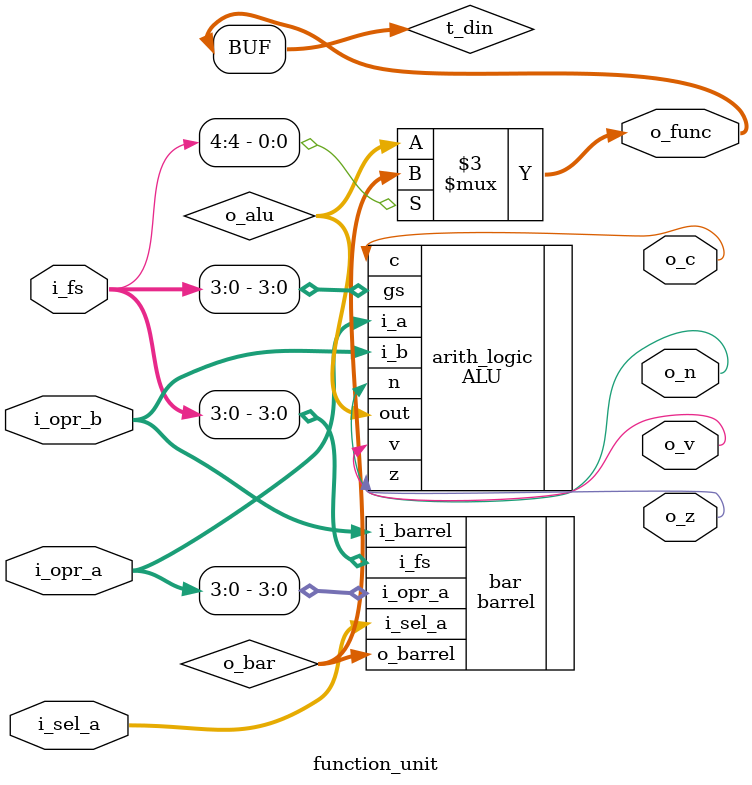
<source format=v>
module function_unit #(
parameter WIDTH = 32
)(
input   [WIDTH-1:0]     i_opr_a, i_opr_b,
input   [3:0]           i_sel_a,
input   [4:0]           i_fs,

output  [WIDTH-1:0]     o_func,
output                  o_z,o_n,o_c,o_v
);

reg     [WIDTH-1:0]     t_din;
wire    [WIDTH-1:0]     o_bar,o_alu;

barrel bar(
    .i_barrel(i_opr_b),
    .i_fs(i_fs[3:0]),
    .i_sel_a(i_sel_a),
    .i_opr_a(i_opr_a[3:0]),
    .o_barrel(o_bar)
);

ALU arith_logic(
    .i_a(i_opr_a),
    .i_b(i_opr_b),
    .gs(i_fs[3:0]),
    .out(o_alu),
    .z(o_z),
    .n(o_n),
    .c(o_c),
    .v(o_v)
);
    
always@*
	case(i_fs[4])
		1'b1	:	t_din	=	o_bar;
		default	:	t_din	=	o_alu;
	endcase

assign o_func = t_din;

endmodule

</source>
